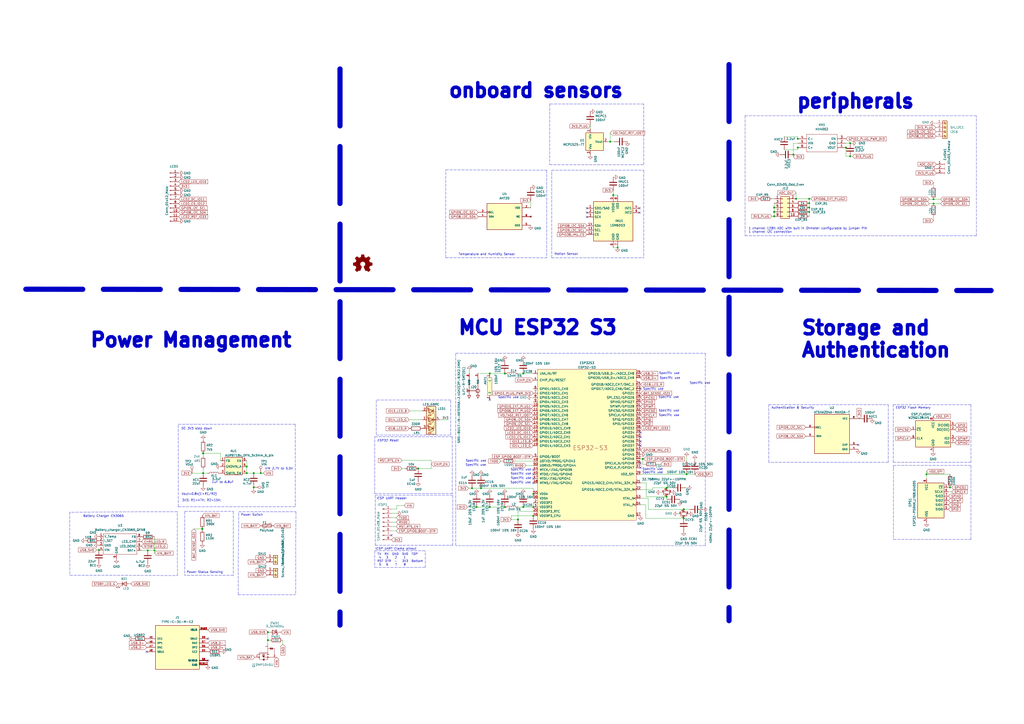
<source format=kicad_sch>
(kicad_sch (version 20211123) (generator eeschema)
  (paper "A2")
  (title_block (title "Smart DAQ Device 1Ch 12Bit ADC / I2C ") (date "2022-10-28") (rev "11-2022") (company "AeonLabs (https://github.com/aeonSolutions)"))
  (junction (at 449.072 125.476))
  (junction (at 386.715 283.083))
  (junction (at 386.715 282.956))
  (junction (at 396.621 300.736))
  (junction (at 303.53 216.662))
  (junction (at 396.621 300.609))
  (junction (at 469.392 115.316))
  (junction (at 155.3972 366.7252))
  (junction (at 469.392 120.396))
  (junction (at 292.862 294.132))
  (junction (at 372.872 266.192))
  (junction (at 117.348 306.832))
  (junction (at 490.728 85.598))
  (junction (at 284.099 216.662))
  (junction (at 449.072 120.396))
  (junction (at 462.788 80.518))
  (junction (at 117.348 306.705))
  (junction (at 143.129 270.637))
  (junction (at 143.129 274.447))
  (junction (at 460.248 89.662))
  (junction (at 273.812 283.21))
  (junction (at 300.482 301.371))
  (junction (at 309.372 299.212))
  (junction (at 155.3972 371.348))
  (junction (at 537.464 275.082))
  (junction (at 353.949 82.169))
  (junction (at 358.267 143.637))
  (junction (at 147.193 282.702))
  (junction (at 117.856 262.89))
  (junction (at 541.528 118.11))
  (junction (at 493.1664 83.058))
  (junction (at 242.57 271.78))
  (junction (at 89.6366 319.278))
  (junction (at 309.372 294.132))
  (junction (at 396.621 295.402))
  (junction (at 493.1664 90.678))
  (junction (at 292.862 216.662))
  (junction (at 284.099 294.132))
  (junction (at 151.257 274.447))
  (junction (at 461.772 115.316))
  (junction (at 303.53 294.132))
  (junction (at 541.528 115.57))
  (junction (at 355.727 113.157))
  (junction (at 57.3786 319.024))
  (junction (at 386.715 288.163))
  (junction (at 276.479 294.132))
  (junction (at 309.372 286.512))
  (junction (at 551.053 282.702))
  (junction (at 449.072 122.936))
  (junction (at 85.6996 319.278))
  (junction (at 462.788 85.598))
  (junction (at 469.392 122.936))
  (junction (at 117.856 263.017))
  (junction (at 469.392 117.856))
  (junction (at 396.621 295.529))
  (junction (at 117.856 274.447))
  (junction (at 398.272 275.082))
  (junction (at 147.193 274.447))
  (junction (at 279.019 283.21))
  (no_connect (at 309.372 272.542))
  (no_connect (at 309.372 275.082))
  (no_connect (at 309.372 277.622))
  (no_connect (at 309.372 280.162))
  (no_connect (at 340.487 123.317))
  (no_connect (at 370.967 120.777))
  (no_connect (at 370.967 123.317))
  (no_connect (at 340.487 125.857))
  (no_connect (at 371.602 253.492))
  (no_connect (at 371.602 225.552))
  (no_connect (at 284.099 231.902))
  (no_connect (at 227.076 310.515))
  (no_connect (at 371.602 271.272))
  (no_connect (at 371.602 258.572))
  (no_connect (at 371.602 268.732))
  (no_connect (at 120.65 383.159))
  (no_connect (at 85.09 378.079))
  (no_connect (at 371.602 256.032))
  (no_connect (at 340.487 120.777))
  (no_connect (at 371.602 250.952))
  (no_connect (at 120.65 370.459))
  (no_connect (at 497.84 258.064))
  (wire (pts (xy 460.248 83.058) (xy 460.248 89.662)))
  (wire (pts (xy 303.53 294.132) (xy 309.372 294.132)))
  (wire (pts (xy 551.053 282.702) (xy 550.164 282.702)))
  (wire (pts (xy 305.181 270.002) (xy 309.372 270.002)))
  (polyline (pts (xy 107.188 296.672) (xy 107.188 333.756)))
  (wire (pts (xy 371.602 283.972) (xy 378.587 283.972)))
  (polyline (pts (xy 258.5974 149.5044) (xy 258.5974 98.5774)))
  (polyline (pts (xy 518.287 271.399) (xy 518.287 312.928)))
  (wire (pts (xy 374.523 300.609) (xy 396.621 300.609)))
  (wire (pts (xy 147.193 274.447) (xy 151.257 274.447)))
  (polyline (pts (xy 246.761 329.184) (xy 246.761 319.532)))
  (wire (pts (xy 358.267 113.157) (xy 355.727 113.157)))
  (wire (pts (xy 300.482 294.132) (xy 303.53 294.132)))
  (wire (pts (xy 376.047 295.529) (xy 376.047 289.052)))
  (wire (pts (xy 470.408 115.316) (xy 469.392 115.316)))
  (polyline (pts (xy 373.38 98.679) (xy 373.38 149.606)))
  (wire (pts (xy 542.7726 73.9394) (xy 543.0266 73.9394)))
  (wire (pts (xy 164.084 373.7356) (xy 164.084 371.348)))
  (polyline (pts (xy 218.313 232.029) (xy 218.313 252.349)))
  (polyline (pts (xy 432.181 67.056) (xy 432.181 136.779)))
  (polyline (pts (xy 318.897 60.198) (xy 318.897 60.325)))
  (wire (pts (xy 290.449 267.462) (xy 291.084 267.462)))
  (wire (pts (xy 371.602 292.862) (xy 374.523 292.862)))
  (wire (pts (xy 461.772 111.7854) (xy 461.772 115.316)))
  (wire (pts (xy 143.129 270.637) (xy 143.129 274.447)))
  (wire (pts (xy 373.507 266.192) (xy 372.872 266.192)))
  (wire (pts (xy 462.788 85.598) (xy 462.7626 85.598)))
  (wire (pts (xy 396.621 295.402) (xy 396.621 295.529)))
  (wire (pts (xy 449.072 117.856) (xy 449.072 120.396)))
  (wire (pts (xy 460.248 83.058) (xy 462.788 83.058)))
  (wire (pts (xy 284.099 294.132) (xy 292.862 294.132)))
  (wire (pts (xy 233.172 267.081) (xy 250.19 267.081)))
  (wire (pts (xy 300.482 216.662) (xy 303.53 216.662)))
  (wire (pts (xy 244.983 238.379) (xy 237.49 238.379)))
  (wire (pts (xy 82.0166 319.278) (xy 85.6996 319.278)))
  (polyline (pts (xy 432.181 136.779) (xy 566.42 136.779)))
  (polyline (pts (xy 320.04 149.606) (xy 320.04 98.679)))
  (polyline (pts (xy 262.636 287.401) (xy 217.678 287.401)))
  (wire (pts (xy 371.602 275.082) (xy 398.272 275.082)))
  (wire (pts (xy 230.124 293.243) (xy 234.442 293.243)))
  (polyline (pts (xy 320.04 98.679) (xy 373.38 98.679)))
  (polyline (pts (xy 40.4876 297.0784) (xy 40.5638 333.7052)))
  (wire (pts (xy 356.362 82.169) (xy 353.949 82.169)))
  (wire (pts (xy 296.545 299.212) (xy 309.372 299.212)))
  (wire (pts (xy 493.1664 83.058) (xy 493.903 83.058)))
  (polyline (pts (xy 217.424 286.385) (xy 217.424 253.365)))
  (wire (pts (xy 372.872 266.192) (xy 371.602 266.192)))
  (wire (pts (xy 237.363 243.459) (xy 244.983 243.459)))
  (polyline (pts (xy 318.897 95.504) (xy 373.38 95.504)))
  (wire (pts (xy 398.272 275.082) (xy 403.098 275.082)))
  (wire (pts (xy 541.528 118.11) (xy 545.592 118.11)))
  (polyline (pts (xy 217.678 316.357) (xy 262.636 316.357)))
  (wire (pts (xy 447.7512 125.476) (xy 449.072 125.476)))
  (polyline (pts (xy 138.43 296.926) (xy 171.704 296.926)))
  (wire (pts (xy 85.6996 319.278) (xy 89.6366 319.278)))
  (wire (pts (xy 117.348 306.832) (xy 117.348 307.467)))
  (polyline (pts (xy 373.38 60.325) (xy 318.897 60.325)))
  (wire (pts (xy 271.907 283.21) (xy 273.812 283.21)))
  (polyline (pts (xy 258.5974 149.5044) (xy 317.119 149.606)))
  (wire (pts (xy 250.19 267.081) (xy 250.19 271.78)))
  (wire (pts (xy 400.05 295.529) (xy 396.621 295.529)))
  (wire (pts (xy 155.3972 366.7252) (xy 155.3972 371.348)))
  (polyline (pts (xy 103.378 294.005) (xy 103.378 246.126)))
  (polyline (pts (xy 422.91 37.465) (xy 422.91 360.045)) (stroke (width 3)))
  (wire (pts (xy 227.076 300.355) (xy 229.87 300.355)))
  (wire (pts (xy 541.528 115.57) (xy 545.592 115.57)))
  (wire (pts (xy 537.464 275.082) (xy 551.053 275.082)))
  (wire (pts (xy 358.267 143.637) (xy 355.727 143.637)))
  (wire (pts (xy 397.764 282.956) (xy 398.526 282.956)))
  (wire (pts (xy 309.245 264.922) (xy 309.372 264.922)))
  (wire (pts (xy 469.392 117.856) (xy 469.392 120.396)))
  (wire (pts (xy 276.479 294.132) (xy 284.099 294.132)))
  (polyline (pts (xy 261.493 252.349) (xy 261.493 232.029)))
  (wire (pts (xy 309.372 296.672) (xy 300.482 296.672)))
  (polyline (pts (xy 262.382 253.365) (xy 262.382 286.512)))
  (wire (pts (xy 112.395 306.832) (xy 117.348 306.832)))
  (wire (pts (xy 386.715 288.163) (xy 374.904 288.163)))
  (wire (pts (xy 449.072 122.936) (xy 449.072 125.476)))
  (wire (pts (xy 386.715 282.956) (xy 386.715 283.083)))
  (wire (pts (xy 298.704 267.462) (xy 309.372 267.462)))
  (wire (pts (xy 147.193 283.591) (xy 147.193 282.702)))
  (polyline (pts (xy 102.7684 296.8498) (xy 40.4876 297.0784)))
  (wire (pts (xy 303.53 216.662) (xy 309.372 216.662)))
  (polyline (pts (xy 217.678 287.401) (xy 217.678 316.357)))
  (polyline (pts (xy 135.382 333.756) (xy 107.188 333.756)))
  (wire (pts (xy 227.076 297.815) (xy 230.124 297.815)))
  (polyline (pts (xy 262.636 287.401) (xy 262.636 316.357)))
  (wire (pts (xy 117.856 263.017) (xy 117.856 262.89)))
  (wire (pts (xy 462.788 80.518) (xy 462.788 79.248)))
  (wire (pts (xy 374.904 280.162) (xy 374.904 288.163)))
  (polyline (pts (xy 317.119 98.679) (xy 317.119 149.606)))
  (polyline (pts (xy 138.176 344.932) (xy 171.45 344.932)))
  (wire (pts (xy 155.3972 366.6744) (xy 155.3972 366.7252)))
  (wire (pts (xy 155.3972 371.348) (xy 155.3972 373.6848)))
  (polyline (pts (xy 14.986 167.767) (xy 574.929 168.529)) (stroke (width 3)))
  (polyline (pts (xy 563.245 268.224) (xy 518.16 268.224)))
  (wire (pts (xy 151.257 274.447) (xy 152.781 274.447)))
  (wire (pts (xy 462.788 86.868) (xy 454.8632 86.868)))
  (polyline (pts (xy 103.378 246.126) (xy 171.323 246.126)))
  (wire (pts (xy 447.802 115.316) (xy 449.072 115.316)))
  (polyline (pts (xy 563.245 234.696) (xy 563.245 268.224)))
  (polyline (pts (xy 197.231 40.005) (xy 197.231 362.585)) (stroke (width 3)))
  (wire (pts (xy 143.129 267.335) (xy 143.129 270.637)))
  (wire (pts (xy 460.248 89.662) (xy 460.248 90.932)))
  (polyline (pts (xy 318.897 60.325) (xy 318.897 95.504)))
  (wire (pts (xy 462.788 79.248) (xy 454.8632 79.248)))
  (wire (pts (xy 300.482 301.371) (xy 296.545 301.371)))
  (polyline (pts (xy 262.509 286.385) (xy 217.424 286.385)))
  (wire (pts (xy 374.904 280.162) (xy 371.602 280.162)))
  (wire (pts (xy 227.076 305.435) (xy 229.87 305.435)))
  (wire (pts (xy 309.372 291.592) (xy 309.372 294.132)))
  (polyline (pts (xy 518.16 234.696) (xy 563.245 234.696)))
  (wire (pts (xy 278.511 216.662) (xy 284.099 216.662)))
  (wire (pts (xy 490.728 85.598) (xy 490.7026 85.598)))
  (wire (pts (xy 117.856 262.89) (xy 127.889 262.89)))
  (wire (pts (xy 462.788 85.598) (xy 462.788 86.868)))
  (wire (pts (xy 490.728 90.678) (xy 493.1664 90.678)))
  (wire (pts (xy 469.392 115.316) (xy 469.392 117.856)))
  (wire (pts (xy 541.528 105.918) (xy 541.528 107.95)))
  (wire (pts (xy 355.727 110.363) (xy 355.727 113.157)))
  (wire (pts (xy 374.523 292.862) (xy 374.523 300.609)))
  (wire (pts (xy 117.856 264.541) (xy 117.856 263.017)))
  (wire (pts (xy 378.587 283.972) (xy 378.587 282.956)))
  (wire (pts (xy 539.115 118.11) (xy 541.528 118.11)))
  (polyline (pts (xy 409.194 316.484) (xy 264.414 316.484)))
  (wire (pts (xy 403.098 267.462) (xy 403.098 266.827)))
  (polyline (pts (xy 261.493 232.029) (xy 218.313 232.029)))
  (polyline (pts (xy 107.188 296.672) (xy 135.382 296.672)))
  (wire (pts (xy 386.715 289.687) (xy 386.715 288.163)))
  (wire (pts (xy 376.047 289.052) (xy 371.602 289.052)))
  (polyline (pts (xy 518.287 312.928) (xy 563.245 312.928)))
  (polyline (pts (xy 138.176 344.932) (xy 138.43 296.926)))
  (polyline (pts (xy 518.287 270.002) (xy 518.287 271.272)))
  (wire (pts (xy 342.392 72.263) (xy 342.392 74.549)))
  (wire (pts (xy 271.145 294.132) (xy 276.479 294.132)))
  (wire (pts (xy 394.081 298.069) (xy 393.192 298.069)))
  (polyline (pts (xy 515.239 234.696) (xy 515.239 268.224)))
  (wire (pts (xy 498.348 242.824) (xy 497.84 242.824)))
  (wire (pts (xy 462.788 80.518) (xy 462.7626 80.518)))
  (polyline (pts (xy 171.323 246.126) (xy 171.323 294.005)))
  (wire (pts (xy 309.372 283.21) (xy 309.372 286.512)))
  (wire (pts (xy 353.949 82.169) (xy 352.552 82.169)))
  (wire (pts (xy 120.269 274.447) (xy 117.856 274.447)))
  (wire (pts (xy 449.072 120.396) (xy 449.072 122.936)))
  (polyline (pts (xy 409.194 204.978) (xy 409.194 316.484)))
  (polyline (pts (xy 373.38 95.504) (xy 373.38 60.325)))
  (wire (pts (xy 309.372 286.512) (xy 309.372 289.052)))
  (polyline (pts (xy 217.424 319.532) (xy 246.761 319.532)))
  (polyline (pts (xy 135.382 296.672) (xy 135.382 333.756)))
  (polyline (pts (xy 518.16 268.224) (xy 518.16 234.696)))
  (wire (pts (xy 396.621 295.529) (xy 376.047 295.529)))
  (wire (pts (xy 230.124 295.275) (xy 230.124 293.243)))
  (wire (pts (xy 394.335 289.687) (xy 394.335 290.703)))
  (polyline (pts (xy 171.704 296.926) (xy 171.45 344.932)))
  (wire (pts (xy 127.889 267.335) (xy 127.889 262.89)))
  (wire (pts (xy 89.6366 319.278) (xy 89.6366 320.9036)))
  (polyline (pts (xy 264.414 204.978) (xy 409.194 204.978)))
  (wire (pts (xy 89.6366 311.4548) (xy 89.6366 319.278)))
  (wire (pts (xy 111.379 274.447) (xy 117.856 274.447)))
  (wire (pts (xy 117.348 306.705) (xy 117.348 306.832)))
  (wire (pts (xy 469.392 115.316) (xy 461.772 115.316)))
  (polyline (pts (xy 258.5974 98.5774) (xy 317.119 98.679)))
  (wire (pts (xy 373.888 269.24) (xy 372.872 269.24)))
  (wire (pts (xy 542.1376 71.3994) (xy 543.0266 71.3994)))
  (polyline (pts (xy 217.424 329.184) (xy 246.761 329.184)))
  (wire (pts (xy 300.482 296.672) (xy 300.482 301.371)))
  (wire (pts (xy 396.621 300.736) (xy 396.621 300.609)))
  (polyline (pts (xy 40.5638 333.7052) (xy 102.9716 333.8576)))
  (wire (pts (xy 353.949 77.089) (xy 353.949 82.169)))
  (wire (pts (xy 469.392 120.396) (xy 469.392 122.936)))
  (wire (pts (xy 233.172 271.78) (xy 234.95 271.78)))
  (wire (pts (xy 340.487 136.017) (xy 340.36 136.017)))
  (wire (pts (xy 469.392 122.936) (xy 469.392 125.476)))
  (wire (pts (xy 372.872 269.24) (xy 372.872 266.192)))
  (polyline (pts (xy 218.313 252.349) (xy 261.493 252.349)))
  (wire (pts (xy 279.019 283.21) (xy 309.372 283.21)))
  (wire (pts (xy 227.076 295.275) (xy 230.124 295.275)))
  (wire (pts (xy 490.728 83.058) (xy 493.1664 83.058)))
  (wire (pts (xy 156.464 371.348) (xy 155.3972 371.348)))
  (wire (pts (xy 552.069 285.242) (xy 550.164 285.242)))
  (wire (pts (xy 143.129 274.447) (xy 147.193 274.447)))
  (polyline (pts (xy 563.245 312.928) (xy 563.245 270.002)))
  (polyline (pts (xy 264.414 316.484) (xy 264.414 204.978)))
  (wire (pts (xy 383.286 269.24) (xy 381.508 269.24)))
  (polyline (pts (xy 446.024 268.224) (xy 446.024 234.696)))
  (wire (pts (xy 386.715 282.956) (xy 378.587 282.956)))
  (wire (pts (xy 490.728 85.598) (xy 490.728 90.678)))
  (wire (pts (xy 117.856 274.447) (xy 117.856 272.161)))
  (polyline (pts (xy 320.04 149.606) (xy 373.38 149.606)))
  (wire (pts (xy 493.1664 90.678) (xy 494.538 90.678)))
  (polyline (pts (xy 446.024 234.696) (xy 515.239 234.696)))
  (wire (pts (xy 273.812 283.21) (xy 279.019 283.21)))
  (polyline (pts (xy 171.323 294.005) (xy 103.378 294.005)))
  (wire (pts (xy 539.115 115.57) (xy 541.528 115.57)))
  (wire (pts (xy 390.144 282.956) (xy 386.715 282.956)))
  (wire (pts (xy 308.483 230.632) (xy 309.372 230.632)))
  (wire (pts (xy 541.528 125.73) (xy 541.528 128.016)))
  (wire (pts (xy 250.19 271.78) (xy 242.57 271.78)))
  (wire (pts (xy 551.053 282.702) (xy 552.069 282.702)))
  (wire (pts (xy 272.161 215.011) (xy 272.161 216.535)))
  (wire (pts (xy 537.464 275.082) (xy 537.464 277.622)))
  (wire (pts (xy 396.621 308.356) (xy 396.621 308.229)))
  (polyline (pts (xy 217.424 253.365) (xy 262.382 253.365)))
  (wire (pts (xy 398.272 267.462) (xy 398.272 265.049)))
  (wire (pts (xy 56.0832 319.024) (xy 57.3786 319.024)))
  (wire (pts (xy 284.099 216.662) (xy 292.862 216.662)))
  (polyline (pts (xy 432.181 67.183) (xy 566.42 67.183)))
  (wire (pts (xy 227.076 307.975) (xy 229.87 307.975)))
  (wire (pts (xy 307.8988 116.205) (xy 307.8988 120.5738)))
  (polyline (pts (xy 217.424 319.532) (xy 217.424 329.184)))
  (wire (pts (xy 147.193 282.702) (xy 147.193 282.067)))
  (wire (pts (xy 227.076 302.895) (xy 229.87 302.895)))
  (wire (pts (xy 296.545 301.371) (xy 296.545 299.212)))
  (wire (pts (xy 255.143 243.459) (xy 260.223 243.459)))
  (wire (pts (xy 537.464 273.431) (xy 537.464 275.082)))
  (wire (pts (xy 277.241 216.535) (xy 277.876 216.535)))
  (polyline (pts (xy 515.239 268.224) (xy 446.024 268.224)))
  (polyline (pts (xy 566.42 136.779) (xy 566.42 67.183)))
  (polyline (pts (xy 563.245 270.002) (xy 518.287 270.002)))
  (wire (pts (xy 384.175 285.623) (xy 383.286 285.623)))
  (polyline (pts (xy 102.9716 333.8576) (xy 102.7684 296.8498)))
  (text "Specific use" (at 400.0754 222.9612 0) (effects (font (size 1.27 1.27)) (justify left bottom)))
  (text "3V3: R1=47K; R2=15K;" (at 105.537 291.084 0) (effects (font (size 1.27 1.27)) (justify left bottom)))
  (text "ICSP UART Header" (at 218.313 289.941 0) (effects (font (size 1.27 1.27)) (justify left bottom)))
  (text "Specific use" (at 296.164 275.59 0) (effects (font (size 1.27 1.27)) (justify left bottom)))
  (text "peripherals" (at 461.391 63.5 0) (effects (font (size 8 8) (thickness 2) bold) (justify left bottom)))
  (text "Vout=0.8x(1+R1/R2)" (at 105.156 287.401 0) (effects (font (size 1.27 1.27) italic) (justify left bottom)))
  (text "Specific use" (at 381.889 231.14 0) (effects (font (size 1.27 1.27)) (justify left bottom)))
  (text "ESP32 Flash Memory\n" (at 519.43 237.363 0) (effects (font (size 1.27 1.27) italic) (justify left bottom)))
  (text "DC 3V3 step down" (at 105.156 249.428 0) (effects (font (size 1.27 1.27)) (justify left bottom)))
  (text "Specific use" (at 382.016 239.014 0) (effects (font (size 1.27 1.27)) (justify left bottom)))
  (text "Specific use" (at 382.27 217.297 0) (effects (font (size 1.27 1.27)) (justify left bottom)))
  (text "ESP32 Reset" (at 218.821 256.413 0) (effects (font (size 1.27 1.27) italic) (justify left bottom)))
  (text "Specific use" (at 372.618 274.828 0) (effects (font (size 1.27 1.27)) (justify left bottom)))
  (text "Specific use" (at 296.291 278.13 0) (effects (font (size 1.27 1.27)) (justify left bottom)))
  (text "Temperature and Humidity Sensor" (at 265.938 148.336 0) (effects (font (size 1.27 1.27)) (justify left bottom)))
  (text "Specific use" (at 382.651 220.091 0) (effects (font (size 1.27 1.27)) (justify left bottom)))
  (text "1uF to 6.8uF" (at 122.809 280.543 0) (effects (font (size 1.27 1.27) italic) (justify left bottom)))
  (text "Specific use" (at 296.037 280.67 0) (effects (font (size 1.27 1.27)) (justify left bottom)))
  (text "Motion Sensor" (at 321.564 148.209 0) (effects (font (size 1.27 1.27)) (justify left bottom)))
  (text "1 channel 12Bit ADC with buit in Ohmeter configurable by jumper PIN\n1 channel I2C connection" (at 434.213 135.382 0) (effects (font (size 1.27 1.27)) (justify left bottom)))
  (text "Specific use" (at 296.164 273.177 0) (effects (font (size 1.27 1.27)) (justify left bottom)))
  (text "onboard sensors" (at 259.461 57.277 0) (effects (font (size 8 8) (thickness 2) bold) (justify left bottom)))
  (text "Specific use" (at 372.618 272.923 0) (effects (font (size 1.27 1.27)) (justify left bottom)))
  (text "ICSP UART Clamp pinout" (at 217.551 319.151 0) (effects (font (size 1.27 1.27) italic) (justify left bottom)))
  (text "Specific use" (at 288.925 231.267 0) (effects (font (size 1.27 1.27)) (justify left bottom)))
  (text "Specific use" (at 372.999 226.441 0) (effects (font (size 1.27 1.27)) (justify left bottom)))
  (text "Storage and \nAuthentication" (at 464.185 207.899 0) (effects (font (size 8 8) (thickness 2) bold) (justify left bottom)))
  (text "Battery Charger CN3065" (at 48.1838 300.2026 0) (effects (font (size 1.27 1.27)) (justify left bottom)))
  (text "Power Management" (at 51.562 202.057 0) (effects (font (size 8 8) (thickness 2) bold) (justify left bottom)))
  (text "Authentication & Security" (at 447.421 237.363 0) (effects (font (size 1.27 1.27) italic) (justify left bottom)))
  (text "VIN 2.7V to 5.5V" (at 153.67 272.669 0) (effects (font (size 1.27 1.27) italic) (justify left bottom)))
  (text "Specific use" (at 270.129 268.097 0) (effects (font (size 1.27 1.27)) (justify left bottom)))
  (text "Power Switch" (at 139.7 299.466 0) (effects (font (size 1.27 1.27)) (justify left bottom)))
  (text "MCU ESP32 S3" (at 265.049 194.818 0) (effects (font (size 8 8) (thickness 2) bold) (justify left bottom)))
  (text "Specific use" (at 382.143 241.681 0) (effects (font (size 1.27 1.27)) (justify left bottom)))
  (text "TX  RX  GND  5V0  TOP\n 4   3    2    1\nRST DTR  -   3V3  Bottom\n 5   6    7    8" (at 218.821 328.422 0) (effects (font (size 1.27 1.27)) (justify left bottom)))
  (text "Power Status Sensing" (at 108.204 332.74 0) (effects (font (size 1.27 1.27)) (justify left bottom)))
  (text "Specific use" (at 270.002 270.51 0) (effects (font (size 1.27 1.27)) (justify left bottom)))
  (label "3V3" (at 260.223 243.459 180))
  (global_label "VIN" (shape input) (at 234.442 293.243 0) (property "Intersheet References" "${INTERSHEET_REFS}" (effects hide)))
  (global_label "USB_5V0" (shape input) (at 56.0832 319.024 180) (property "Intersheet References" "${INTERSHEET_REFS}" (effects hide)))
  (global_label "3V3" (shape input) (at 271.145 294.132 180) (property "Intersheet References" "${INTERSHEET_REFS}" (effects hide)))
  (global_label "3V3" (shape input) (at 307.8988 116.205 180) (property "Intersheet References" "${INTERSHEET_REFS}" (effects hide)))
  (global_label "3V3_PLUG" (shape input) (at 542.7726 73.9394 180) (property "Intersheet References" "${INTERSHEET_REFS}" (effects hide)))
  (global_label "BAT_SENSE_IO21" (shape input) (at 371.602 228.092 0) (effects (font italic)) (property "Intersheet References" "${INTERSHEET_REFS}" (effects hide)))
  (global_label "RST_RTS_EN" (shape input) (at 229.87 305.435 0) (property "Intersheet References" "${INTERSHEET_REFS}" (effects hide)))
  (global_label "RXD0" (shape input) (at 229.87 302.895 0) (property "Intersheet References" "${INTERSHEET_REFS}" (effects hide)))
  (global_label "GND" (shape input) (at 154.7368 323.4436 180) (property "Intersheet References" "${INTERSHEET_REFS}" (effects hide)))
  (global_label "SPIQ" (shape input) (at 550.164 292.862 0) (effects (font italic)) (property "Intersheet References" "${INTERSHEET_REFS}" (effects hide)))
  (global_label "GPIO06_EXT_PLUG2" (shape input) (at 470.408 115.316 0) (property "Intersheet References" "${INTERSHEET_REFS}" (effects hide)))
  (global_label "CHIP_EN" (shape input) (at 309.372 220.472 180) (property "Intersheet References" "${INTERSHEET_REFS}" (effects hide)))
  (global_label "USB_D-" (shape input) (at 85.09 375.539 180) (property "Intersheet References" "${INTERSHEET_REFS}" (effects hide)))
  (global_label "LCD2_LED_IO10" (shape input) (at 309.372 248.412 180) (property "Intersheet References" "${INTERSHEET_REFS}" (effects hide)))
  (global_label "3V3_PLUG" (shape input) (at 494.538 90.678 0) (property "Intersheet References" "${INTERSHEET_REFS}" (effects hide)))
  (global_label "ADC_OUT" (shape input) (at 543.1536 95.3008 180) (property "Intersheet References" "${INTERSHEET_REFS}" (effects hide)))
  (global_label "IO18_LED_R" (shape input) (at 237.363 248.539 180) (property "Intersheet References" "${INTERSHEET_REFS}" (effects hide)))
  (global_label "LCD2_CS_IO12" (shape input) (at 103.632 118.11 0) (property "Intersheet References" "${INTERSHEET_REFS}" (effects hide)))
  (global_label "STDBY_LED_G" (shape input) (at 82.0674 316.8396 0) (property "Intersheet References" "${INTERSHEET_REFS}" (effects hide)))
  (global_label "VIN_BATF" (shape input) (at 154.7368 325.9836 180) (property "Intersheet References" "${INTERSHEET_REFS}" (effects hide)))
  (global_label "3V3_PLUG" (shape input) (at 447.7512 125.476 180) (property "Intersheet References" "${INTERSHEET_REFS}" (effects hide)))
  (global_label "LCD2_CS_IO12" (shape input) (at 309.372 253.492 180) (property "Intersheet References" "${INTERSHEET_REFS}" (effects hide)))
  (global_label "3V3_PLUG" (shape input) (at 543.1536 100.3808 180) (property "Intersheet References" "${INTERSHEET_REFS}" (effects hide)))
  (global_label "GND" (shape input) (at 154.7876 330.9874 180) (property "Intersheet References" "${INTERSHEET_REFS}" (effects hide)))
  (global_label "IO14_LED_G" (shape input) (at 237.363 243.459 180) (property "Intersheet References" "${INTERSHEET_REFS}" (effects hide)))
  (global_label "SPICLK" (shape input) (at 371.602 240.792 0) (effects (font italic)) (property "Intersheet References" "${INTERSHEET_REFS}" (effects hide)))
  (global_label "USB_5V0" (shape input) (at 120.65 365.379 0) (property "Intersheet References" "${INTERSHEET_REFS}" (effects hide)))
  (global_label "GPIO9_I2C_SCL" (shape input) (at 103.632 120.65 0) (property "Intersheet References" "${INTERSHEET_REFS}" (effects hide)))
  (global_label "3V3" (shape input) (at 271.907 283.21 180) (property "Intersheet References" "${INTERSHEET_REFS}" (effects hide)))
  (global_label "VOLTAGE_REF_IO07" (shape input) (at 353.949 77.089 0) (property "Intersheet References" "${INTERSHEET_REFS}" (effects hide)))
  (global_label "SPIHD" (shape input) (at 550.164 287.782 0) (effects (font italic)) (property "Intersheet References" "${INTERSHEET_REFS}" (effects hide)))
  (global_label "SPIHD" (shape input) (at 553.974 256.794 0) (effects (font italic)) (property "Intersheet References" "${INTERSHEET_REFS}" (effects hide)))
  (global_label "RXD0" (shape input) (at 305.181 270.002 180) (property "Intersheet References" "${INTERSHEET_REFS}" (effects hide)))
  (global_label "SPICS1" (shape input) (at 371.602 230.632 0) (effects (font italic)) (property "Intersheet References" "${INTERSHEET_REFS}" (effects hide)))
  (global_label "ESP_GPIO0_BOOT-DTR" (shape input) (at 309.245 264.922 180) (property "Intersheet References" "${INTERSHEET_REFS}" (effects hide)))
  (global_label "VIN" (shape input) (at 160.4772 381.3048 270) (property "Intersheet References" "${INTERSHEET_REFS}" (effects hide)))
  (global_label "VIN_BATF" (shape input) (at 154.7876 333.5274 180) (property "Intersheet References" "${INTERSHEET_REFS}" (effects hide)))
  (global_label "3V3" (shape input) (at 498.348 242.824 90) (property "Intersheet References" "${INTERSHEET_REFS}" (effects hide)))
  (global_label "GND" (shape input) (at 164.084 373.7356 270) (property "Intersheet References" "${INTERSHEET_REFS}" (effects hide)))
  (global_label "3V3_PLUG" (shape input) (at 342.392 73.152 180) (property "Intersheet References" "${INTERSHEET_REFS}" (effects hide)))
  (global_label "TXD0" (shape input) (at 229.87 300.355 0) (property "Intersheet References" "${INTERSHEET_REFS}" (effects hide)))
  (global_label "CHIP_EN" (shape input) (at 250.19 269.24 0) (property "Intersheet References" "${INTERSHEET_REFS}" (effects hide)))
  (global_label "STDBY_LED_G" (shape input) (at 68.3768 338.6836 180) (property "Intersheet References" "${INTERSHEET_REFS}" (effects hide)))
  (global_label "USB_D-" (shape input) (at 120.65 372.999 0) (property "Intersheet References" "${INTERSHEET_REFS}" (effects hide)))
  (global_label "BAT_SENSE_IO21" (shape input) (at 112.395 306.832 270) (effects (font italic)) (property "Intersheet References" "${INTERSHEET_REFS}" (effects hide)))
  (global_label "IO18_LED_R" (shape input) (at 371.602 223.012 0) (property "Intersheet References" "${INTERSHEET_REFS}" (effects hide)))
  (global_label "RST_RTS_EN" (shape input) (at 233.172 267.081 180) (property "Intersheet References" "${INTERSHEET_REFS}" (effects hide)))
  (global_label "3V3" (shape input) (at 383.286 269.24 0) (property "Intersheet References" "${INTERSHEET_REFS}" (effects hide)))
  (global_label "3V3" (shape input) (at 440.182 115.316 180) (property "Intersheet References" "${INTERSHEET_REFS}" (effects hide)))
  (global_label "GPIO9_I2C_SCL" (shape input) (at 340.487 133.477 180) (property "Intersheet References" "${INTERSHEET_REFS}" (effects hide)))
  (global_label "VIN" (shape input) (at 152.781 274.447 0) (property "Intersheet References" "${INTERSHEET_REFS}" (effects hide)))
  (global_label "GPIO8_I2C_SDA" (shape input) (at 467.36 252.984 180) (property "Intersheet References" "${INTERSHEET_REFS}" (effects hide)))
  (global_label "VIN_BATF" (shape input) (at 89.6366 320.9036 0) (property "Intersheet References" "${INTERSHEET_REFS}" (effects hide)))
  (global_label "GPIO2_PLUG_PWR_3V3" (shape input) (at 490.728 80.518 0) (property "Intersheet References" "${INTERSHEET_REFS}" (effects hide)))
  (global_label "SPIWP" (shape input) (at 550.164 290.322 0) (effects (font italic)) (property "Intersheet References" "${INTERSHEET_REFS}" (effects hide)))
  (global_label "ESP_GPIO0_BOOT-DTR" (shape input) (at 373.507 266.192 0) (property "Intersheet References" "${INTERSHEET_REFS}" (effects hide)))
  (global_label "VIN_BAT" (shape input) (at 147.7772 381.3048 180) (property "Intersheet References" "${INTERSHEET_REFS}" (effects hide)))
  (global_label "USB_D+" (shape input) (at 120.65 375.539 0) (property "Intersheet References" "${INTERSHEET_REFS}" (effects hide)))
  (global_label "GPIO8_I2C_SDA" (shape input) (at 539.115 115.57 180) (property "Intersheet References" "${INTERSHEET_REFS}" (effects hide)))
  (global_label "SPICS0" (shape input) (at 528.574 249.174 180) (effects (font italic)) (property "Intersheet References" "${INTERSHEET_REFS}" (effects hide)))
  (global_label "3V3" (shape input) (at 460.248 90.932 0) (property "Intersheet References" "${INTERSHEET_REFS}" (effects hide)))
  (global_label "GPIO9_I2C_SCL" (shape input) (at 545.592 118.11 0) (property "Intersheet References" "${INTERSHEET_REFS}" (effects hide)))
  (global_label "LCD2_DC_IO11" (shape input) (at 309.372 250.952 180) (property "Intersheet References" "${INTERSHEET_REFS}" (effects hide)))
  (global_label "SPIWP" (shape input) (at 371.602 235.712 0) (effects (font italic)) (property "Intersheet References" "${INTERSHEET_REFS}" (effects hide)))
  (global_label "SPIQ" (shape input) (at 371.602 243.332 0) (effects (font italic)) (property "Intersheet References" "${INTERSHEET_REFS}" (effects hide)))
  (global_label "3V3" (shape input) (at 103.632 107.95 0) (property "Intersheet References" "${INTERSHEET_REFS}" (effects hide)))
  (global_label "IO13_LED_B" (shape input) (at 309.372 256.032 180) (property "Intersheet References" "${INTERSHEET_REFS}" (effects hide)))
  (global_label "USB_D-" (shape input) (at 371.602 216.662 0) (property "Intersheet References" "${INTERSHEET_REFS}" (effects hide)))
  (global_label "SPID" (shape input) (at 371.602 245.872 0) (effects (font italic)) (property "Intersheet References" "${INTERSHEET_REFS}" (effects hide)))
  (global_label "LCD2_RST_IO33" (shape input) (at 371.602 248.412 0) (property "Intersheet References" "${INTERSHEET_REFS}" (effects hide)))
  (global_label "SPID" (shape input) (at 553.974 246.634 0) (effects (font italic)) (property "Intersheet References" "${INTERSHEET_REFS}" (effects hide)))
  (global_label "ESP_GPIO0_BOOT-DTR" (shape input) (at 229.87 307.975 0) (property "Intersheet References" "${INTERSHEET_REFS}" (effects hide)))
  (global_label "GPIO2_PLUG_PWR_3V3" (shape input) (at 309.372 228.092 180) (property "Intersheet References" "${INTERSHEET_REFS}" (effects hide)))
  (global_label "GPIO9_I2C_SCL" (shape input) (at 543.0266 76.4794 180) (property "Intersheet References" "${INTERSHEET_REFS}" (effects hide)))
  (global_label "USB_D+" (shape input) (at 85.09 372.999 180) (property "Intersheet References" "${INTERSHEET_REFS}" (effects hide)))
  (global_label "LCD2_RST_IO33" (shape input) (at 103.632 125.73 0) (property "Intersheet References" "${INTERSHEET_REFS}" (effects hide)))
  (global_label "GPIO8_I2C_SDA" (shape input) (at 340.487 130.937 180) (property "Intersheet References" "${INTERSHEET_REFS}" (effects hide)))
  (global_label "TXD0" (shape input) (at 290.449 267.462 180) (property "Intersheet References" "${INTERSHEET_REFS}" (effects hide)))
  (global_label "VDD_SPI" (shape input) (at 541.274 241.554 0) (effects (font italic)) (property "Intersheet References" "${INTERSHEET_REFS}" (effects hide)))
  (global_label "3V3" (shape input) (at 233.172 271.78 180) (property "Intersheet References" "${INTERSHEET_REFS}" (effects hide)))
  (global_label "GPIO9_I2C_SCL" (shape input) (at 277.4188 123.1138 180) (property "Intersheet References" "${INTERSHEET_REFS}" (effects hide)))
  (global_label "USB_5V0" (shape input) (at 75.9968 338.6836 0) (property "Intersheet References" "${INTERSHEET_REFS}" (effects hide)))
  (global_label "IO13_LED_B" (shape input) (at 237.49 238.379 180) (property "Intersheet References" "${INTERSHEET_REFS}" (effects hide)))
  (global_label "GPIO8_I2C_SDA" (shape input) (at 103.632 123.19 0) (property "Intersheet References" "${INTERSHEET_REFS}" (effects hide)))
  (global_label "ADC_OUT" (shape input) (at 461.772 111.7854 180) (property "Intersheet References" "${INTERSHEET_REFS}" (effects hide)))
  (global_label "VDD_SPI" (shape input) (at 537.464 273.431 0) (effects (font italic)) (property "Intersheet References" "${INTERSHEET_REFS}" (effects hide)))
  (global_label "GPIO8_I2C_SDA" (shape input) (at 545.592 115.57 0) (property "Intersheet References" "${INTERSHEET_REFS}" (effects hide)))
  (global_label "LCD2_DC_IO11" (shape input) (at 103.632 115.57 0) (property "Intersheet References" "${INTERSHEET_REFS}" (effects hide)))
  (global_label "GPIO8_I2C_SDA" (shape input) (at 309.372 243.332 180) (property "Intersheet References" "${INTERSHEET_REFS}" (effects hide)))
  (global_label "3V3" (shape input) (at 541.528 128.016 180) (property "Intersheet References" "${INTERSHEET_REFS}" (effects hide)))
  (global_label "VIN_BAT" (shape input) (at 117.348 299.085 0) (property "Intersheet References" "${INTERSHEET_REFS}" (effects hide)))
  (global_label "VIN" (shape input) (at 163.0172 366.7252 0) (property "Intersheet References" "${INTERSHEET_REFS}" (effects hide)))
  (global_label "SPID" (shape input) (at 550.164 295.402 0) (effects (font italic)) (property "Intersheet References" "${INTERSHEET_REFS}" (effects hide)))
  (global_label "3V3" (shape input) (at 296.545 301.371 180) (property "Intersheet References" "${INTERSHEET_REFS}" (effects hide)))
  (global_label "SPICS0" (shape input) (at 371.602 238.252 0) (effects (font italic)) (property "Intersheet References" "${INTERSHEET_REFS}" (effects hide)))
  (global_label "GPIO38_IMU_CS" (shape input) (at 340.36 136.017 180) (effects (font italic)) (property "Intersheet References" "${INTERSHEET_REFS}" (effects hide)))
  (global_label "VIN_BAT" (shape input) (at 158.6992 304.9524 0) (property "Intersheet References" "${INTERSHEET_REFS}" (effects hide)))
  (global_label "VOLTAGE_REF_IO07" (shape input) (at 309.372 240.792 180) (property "Intersheet References" "${INTERSHEET_REFS}" (effects hide)))
  (global_label "USB_D+" (shape input) (at 371.602 219.202 0) (property "Intersheet References" "${INTERSHEET_REFS}" (effects hide)))
  (global_label "GPIO9_I2C_SCL" (shape input) (at 309.372 245.872 180) (property "Intersheet References" "${INTERSHEET_REFS}" (effects hide)))
  (global_label "3V3" (shape input) (at 541.528 105.918 180) (property "Intersheet References" "${INTERSHEET_REFS}" (effects hide)))
  (global_label "GPIO8_I2C_SDA" (shape input) (at 277.4188 125.6538 180) (property "Intersheet References" "${INTERSHEET_REFS}" (effects hide)))
  (global_label "GPIO10_EXT_PLUG1" (shape input) (at 309.372 235.712 180) (property "Intersheet References" "${INTERSHEET_REFS}" (effects hide)))
  (global_label "SPIHD" (shape input) (at 371.602 233.172 0) (effects (font italic)) (property "Intersheet References" "${INTERSHEET_REFS}" (effects hide)))
  (global_label "CHRG_LED_R" (shape input) (at 82.0674 314.1472 0) (property "Intersheet References" "${INTERSHEET_REFS}" (effects hide)))
  (global_label "GPIO9_I2C_SCL" (shape input) (at 539.115 118.11 180) (property "Intersheet References" "${INTERSHEET_REFS}" (effects hide)))
  (global_label "USB_5V0" (shape input) (at 155.3972 366.6744 180) (property "Intersheet References" "${INTERSHEET_REFS}" (effects hide)))
  (global_label "SPICS1" (shape input) (at 552.069 282.702 0) (effects (font italic)) (property "Intersheet References" "${INTERSHEET_REFS}" (effects hide)))
  (global_label "GPIO8_I2C_SDA" (shape input) (at 543.0266 79.0194 180) (property "Intersheet References" "${INTERSHEET_REFS}" (effects hide)))
  (global_label "IO14_LED_G" (shape input) (at 309.372 258.572 180) (property "Intersheet References" "${INTERSHEET_REFS}" (effects hide)))
  (global_label "GPIO38_IMU_CS" (shape input) (at 371.602 261.112 0) (effects (font italic)) (property "Intersheet References" "${INTERSHEET_REFS}" (effects hide)))
  (global_label "SPIWP" (shape input) (at 553.974 254.254 0) (effects (font italic)) (property "Intersheet References" "${INTERSHEET_REFS}" (effects hide)))
  (global_label "SPICLK" (shape input) (at 552.069 285.242 0) (effects (font italic)) (property "Intersheet References" "${INTERSHEET_REFS}" (effects hide)))
  (global_label "3V3" (shape input) (at 227.076 313.055 0) (property "Intersheet References" "${INTERSHEET_REFS}" (effects hide)))
  (global_label "LCD2_LED_IO10" (shape input) (at 103.632 105.41 0) (property "Intersheet References" "${INTERSHEET_REFS}" (effects hide)))
  (global_label "VIN_BATF" (shape input) (at 151.0792 304.9524 180) (property "Intersheet References" "${INTERSHEET_REFS}" (effects hide)))
  (global_label "3V3" (shape input) (at 111.379 274.447 180) (property "Intersheet References" "${INTERSHEET_REFS}" (effects hide)))
  (global_label "GPIO9_I2C_SCL" (shape input) (at 467.36 247.904 180) (property "Intersheet References" "${INTERSHEET_REFS}" (effects hide)))
  (global_label "SPICLK" (shape input) (at 528.574 254.254 180) (effects (font italic)) (property "Intersheet References" "${INTERSHEET_REFS}" (effects hide)))
  (global_label "VDD_SPI" (shape input) (at 403.098 275.082 0) (property "Intersheet References" "${INTERSHEET_REFS}" (effects hide)))
  (global_label "SPIQ" (shape input) (at 553.974 249.174 0) (effects (font italic)) (property "Intersheet References" "${INTERSHEET_REFS}" (effects hide)))
  (global_label "GPIO06_EXT_PLUG2" (shape input) (at 309.372 238.252 180) (property "Intersheet References" "${INTERSHEET_REFS}" (effects hide)))
  (global_label "3V3" (shape input) (at 355.727 110.363 180) (property "Intersheet References" "${INTERSHEET_REFS}" (effects hide)))
  (symbol (lib_id "power:GND") (at 399.161 298.069 90) (unit 1)
    (property "Reference" "#PWR0116" (effects hide))
    (property "Value" "GND" (at 403.479 299.339 90))
  )
  (symbol (lib_id "power:GND") (at 398.526 282.956 90) (unit 1)
    (property "Reference" "#PWR0123" (effects hide))
    (property "Value" "GND" (at 398.78 285.242 0))
  )
  (symbol (lib_id "Reference_Voltage:MCP1525-TT") (at 342.392 82.169 0) (unit 1)
    (property "Reference" "U1" (at 339.0901 81.3343 0) (effects (justify right)))
    (property "Value" "MCP1525-TT" (at 339.0901 83.8712 0) (effects (justify right)))
    (property "Footprint" "Package_TO_SOT_SMD:SOT-23" (effects hide))
    (property "Datasheet" "http://ww1.microchip.com/downloads/en/devicedoc/21653b.pdf" (effects hide))
  )
  (symbol (lib_id "Device:R") (at 377.698 269.24 270) (unit 1)
    (property "Reference" "ER3" (at 377.444 269.113 90))
    (property "Value" "10k" (at 382.143 270.383 90))
    (property "Footprint" "Resistor_SMD:R_0603_1608Metric" (effects hide))
  )
  (symbol (lib_id "Device:C") (at 284.099 290.322 0) (mirror x) (unit 1)
    (property "Reference" "EC17" (at 282.575 291.592 90) (effects (justify left)))
    (property "Value" "1uF 20% 6.3V" (at 280.289 289.687 90) (effects (justify left)))
    (property "Footprint" "Capacitor_SMD:C_0603_1608Metric" (effects hide))
  )
  (symbol (lib_id "Memory_Flash:W25Q128JVS") (at 541.274 251.714 0) (unit 1)
    (property "Reference" "ESP_FLASH1" (at 528.574 240.284 0) (effects (justify left)))
    (property "Value" "W25Q128JVS" (at 526.796 242.316 0) (effects (justify left)))
    (property "Footprint" "Package_SO:Flash SPI SON127P800X600X80-9N" (effects hide))
    (property "Datasheet" "http://www.winbond.com/resource-files/w25q128jv_dtr%20revc%2003272018%20plus.pdf" (effects hide))
  )
  (symbol (lib_id "Connector:Screw_Terminal_01x02") (at 159.8676 330.9874 0) (unit 1)
    (property "Reference" "SHJ2" (at 149.7076 328.7014 0) (effects (justify left)))
    (property "Value" "Screw_Terminal_01x02" (at 164.0586 335.0768 90) (effects (justify left)))
    (property "Footprint" "Connector_JST:JST_SH_SM02B-SRSS-TB_1x02-1MP_P1.00mm_Horizontal" (effects hide))
  )
  (symbol (lib_id "power:GND") (at 543.1536 97.8408 270) (unit 1)
    (property "Reference" "#PWR0128" (effects hide))
    (property "Value" "GND" (at 536.2956 97.3328 90) (effects (justify left)))
  )
  (symbol (lib_id "Device:C") (at 307.8988 112.395 0) (unit 1)
    (property "Reference" "SHC1" (at 310.8198 111.2266 0) (effects (justify left)))
    (property "Value" "100nF" (at 310.8198 113.538 0) (effects (justify left)))
    (property "Footprint" "Capacitor_SMD:C_0603_1608Metric" (effects hide))
  )
  (symbol (lib_id "Device:C") (at 303.53 212.852 0) (mirror x) (unit 1)
    (property "Reference" "EC38" (at 303.784 215.519 0) (effects (justify left)))
    (property "Value" "100nF 10% 16V" (at 303.657 210.82 0) (effects (justify left)))
    (property "Footprint" "Capacitor_SMD:C_0603_1608Metric" (effects hide))
  )
  (symbol (lib_id "power:GND") (at 276.479 286.512 0) (mirror x) (unit 1)
    (property "Reference" "#PWR0105" (effects hide))
    (property "Value" "GND" (at 274.193 286.512 0))
  )
  (symbol (lib_id "power:GND") (at 128.27 378.079 90) (unit 1)
    (property "Reference" "#PWR0154" (effects hide))
    (property "Value" "GND" (at 130.2766 376.8852 90) (effects (justify right)))
  )
  (symbol (lib_id "Sensor:AHT20") (at 292.6588 125.6538 0) (unit 1)
    (property "Reference" "U4" (at 292.6588 112.4458 0))
    (property "Value" "AHT20" (at 292.6588 114.9858 0))
    (property "Footprint" "Sensor:AHT20 - PSON100P300X300X110-6N" (effects hide))
    (property "STANDARD" "IPC 7351B" (effects hide))
    (property "MAXIMUM_PACKAGE_HEIGHT" "1.1mm" (effects hide))
    (property "PARTREV" "V1.0" (effects hide))
    (property "MANUFACTURER" "Asair" (effects hide))
  )
  (symbol (lib_id "power:GND") (at 272.161 215.011 0) (mirror x) (unit 1)
    (property "Reference" "#PWR0122" (effects hide))
    (property "Value" "GND" (at 274.701 212.344 0))
  )
  (symbol (lib_id "power:GND") (at 103.632 128.27 90) (unit 1)
    (property "Reference" "#PWR0136" (effects hide))
    (property "Value" "GND" (at 106.553 128.397 90) (effects (justify right)))
  )
  (symbol (lib_id "Device:C") (at 309.372 303.022 0) (unit 1)
    (property "Reference" "EC16" (at 311.912 303.149 0) (effects (justify left)))
    (property "Value" "100nF 10% 16V" (at 310.007 305.562 0) (effects (justify left)))
    (property "Footprint" "Capacitor_SMD:C_0603_1608Metric" (effects hide))
  )
  (symbol (lib_id "power:GND") (at 403.098 266.827 180) (unit 1)
    (property "Reference" "#PWR0118" (effects hide))
    (property "Value" "GND" (at 403.098 262.3836 0))
  )
  (symbol (lib_id "power:GND") (at 505.968 242.824 0) (unit 1)
    (property "Reference" "#PWR0162" (effects hide))
    (property "Value" "GND" (at 511.429 245.364 0) (effects (justify right)))
  )
  (symbol (lib_id "Device:C") (at 390.525 289.687 90) (unit 1)
    (property "Reference" "EC51" (at 389.001 291.338 90) (effects (justify left)))
    (property "Value" "22pF 5% 50V" (at 392.684 293.37 90) (effects (justify left)))
    (property "Footprint" "Capacitor_SMD:C_0603_1608Metric" (effects hide))
  )
  (symbol (lib_id "Device:R") (at 465.582 117.856 270) (unit 1)
    (property "Reference" "EXP_R1" (at 476.504 118.11 90))
    (property "Value" "1k" (at 465.582 117.856 90))
    (property "Footprint" "Resistor_SMD:R_0603_1608Metric" (effects hide))
  )
  (symbol (lib_name "HX4002_1") (lib_id "Power_Management:HX4002") (at 490.728 85.598 180) (unit 1)
    (property "Reference" "HX1" (at 476.758 72.39 0))
    (property "Value" "HX4002" (at 476.758 74.93 0))
    (property "Footprint" "Package_SO:HX4002 SOT95 P280X125-6N" (effects hide))
    (property "Datasheet" "http://www.jiecx.com/files856985665897965/productpdf/2013-7-5/545010255.pdf" (effects hide))
    (property "Description" "Low Noise Regulated Charge Pump in SOT23-6" (effects hide))
    (property "Height" "1.25" (effects hide))
    (property "Manufacturer_Name" "HEXIN" (effects hide))
    (property "Manufacturer_Part_Number" "HX4002" (effects hide))
  )
  (symbol (lib_id "Device:C") (at 85.6996 323.088 180) (unit 1)
    (property "Reference" "BC2" (at 84.1756 328.168 0) (effects (justify left)))
    (property "Value" "4.7uF" (at 84.1756 325.882 0) (effects (justify left)))
    (property "Footprint" "Capacitor_SMD:C_0805_2012Metric" (effects hide))
  )
  (symbol (lib_id "power:GND") (at 493.903 83.058 90) (unit 1)
    (property "Reference" "#PWR0143" (effects hide))
    (property "Value" "GND" (at 497.967 83.0579 90) (effects (justify right)))
  )
  (symbol (lib_id "Device:R") (at 117.856 259.08 180) (unit 1)
    (property "Reference" "AR2" (at 119.634 258.2453 0) (effects (justify right)))
    (property "Value" "7k5" (at 119.634 260.7822 0) (effects (justify right)))
    (property "Footprint" "Resistor_SMD:R_0805_2012Metric_Pad1.20x1.40mm_HandSolder" (effects hide))
  )
  (symbol (lib_id "Device:C") (at 360.172 82.169 270) (unit 1)
    (property "Reference" "MCPC2" (at 361.3404 85.09 0) (effects (justify left)))
    (property "Value" "100nF" (at 359.029 85.09 0) (effects (justify left)))
    (property "Footprint" "Capacitor_SMD:C_0603_1608Metric" (effects hide))
  )
  (symbol (lib_id "power:GND") (at 57.3786 311.2008 270) (unit 1)
    (property "Reference" "#PWR0150" (effects hide))
    (property "Value" "GND" (at 51.8922 308.9656 90) (effects (justify left)))
  )
  (symbol (lib_id "Connector_Generic:Conn_02x05_Odd_Even") (at 454.152 120.396 0) (unit 1)
    (property "Reference" "J12" (at 455.422 109.22 0))
    (property "Value" "Conn_02x05_Odd_Even" (at 455.676 107.0356 0))
    (property "Footprint" "Connector:Dip Switch 5 pin 1.27mm SW_DS05-127-2-06BK-SMT-TR" (effects hide))
  )
  (symbol (lib_id "Device:R") (at 541.528 111.76 180) (unit 1)
    (property "Reference" "IDR1" (at 541.655 111.76 90))
    (property "Value" "10k" (at 539.369 111.506 90))
    (property "Footprint" "Resistor_SMD:R_0603_1608Metric" (effects hide))
  )
  (symbol (lib_id "power:GND") (at 358.267 143.637 0) (unit 1)
    (property "Reference" "#PWR0129" (effects hide))
    (property "Value" "GND" (at 360.172 145.3408 0) (effects (justify left)))
  )
  (symbol (lib_id "power:GND") (at 542.1376 71.3994 270) (unit 1)
    (property "Reference" "#PWR0141" (effects hide))
    (property "Value" "GND" (at 538.9626 70.9656 90) (effects (justify right)))
  )
  (symbol (lib_id "power:GND") (at 394.335 290.703 0) (unit 1)
    (property "Reference" "#PWR0121" (effects hide))
    (property "Value" "GND" (at 396.494 291.084 0))
  )
  (symbol (lib_id "Device:C") (at 279.019 279.4 0) (unit 1)
    (property "Reference" "EC15" (at 281.305 279.527 0) (effects (justify left)))
    (property "Value" "100nF 10% 50V" (at 277.749 281.813 0) (effects (justify left)))
    (property "Footprint" "Capacitor_SMD:C_0603_1608Metric" (effects hide))
  )
  (symbol (lib_id "Memory_RAM:ESP32-PSRAM_LY68L6400S") (at 540.004 290.322 0) (unit 1)
    (property "Reference" "EPS1" (at 527.939 288.925 90) (effects (justify right)))
    (property "Value" "ESP32-PSRAM_LY68L6400S" (at 530.352 278.638 90) (effects (justify right)))
    (property "Footprint" "Package_SO:SOIC-8_3.9x4.9mm_P1.27mm" (effects hide))
    (property "Datasheet" "https://www.espressif.com/sites/default/files/documentation/esp-psram32_datasheet_en.pdf" (effects hide))
  )
  (symbol (lib_id "Device:R") (at 465.582 120.396 270) (unit 1)
    (property "Reference" "EXP_R2" (at 474.091 121.412 90))
    (property "Value" "20k" (at 465.582 120.396 90))
    (property "Footprint" "Resistor_SMD:R_0603_1608Metric" (effects hide))
  )
  (symbol (lib_id "power:GND") (at 396.621 308.229 0) (unit 1)
    (property "Reference" "#PWR0117" (effects hide))
    (property "Value" "GND" (at 396.621 312.6724 0))
  )
  (symbol (lib_id "Device:R") (at 85.8266 311.4548 90) (unit 1)
    (property "Reference" "BR2" (at 86.0806 311.4548 90))
    (property "Value" "0R" (at 85.6996 309.1942 90))
    (property "Footprint" "Resistor_SMD:R_0603_1608Metric" (effects hide))
  )
  (symbol (lib_id "Device:C") (at 57.3786 322.834 180) (unit 1)
    (property "Reference" "BC1" (at 55.8546 327.914 0) (effects (justify left)))
    (property "Value" "22uF" (at 55.8546 325.628 0) (effects (justify left)))
    (property "Footprint" "Capacitor_SMD:C_0805_2012Metric" (effects hide))
  )
  (symbol (lib_id "Device:Polyfuse") (at 154.8892 304.9524 270) (unit 1)
    (property "Reference" "F1" (at 153.4922 303.1744 90))
    (property "Value" "Polyfuse" (at 154.6352 307.6194 90))
    (property "Footprint" "Fuse:Fuse_1206_3216Metric_Pad1.42x1.75mm_HandSolder" (effects hide))
  )
  (symbol (lib_id "Device:C") (at 300.482 305.181 0) (unit 1)
    (property "Reference" "EC26" (at 301.244 307.975 0) (effects (justify left)))
    (property "Value" "100nF 10% 16V" (at 284.353 307.594 0) (effects (justify left)))
    (property "Footprint" "Capacitor_SMD:C_0603_1608Metric" (effects hide))
  )
  (symbol (lib_id "Device:Crystal_GND24_Small") (at 396.621 298.069 90) (unit 1)
    (property "Reference" "ECY3" (at 399.923 301.498 90))
    (property "Value" "40Mhz 22pF+-10PPM" (at 412.242 304.419 0))
    (property "Footprint" "Crystal:Crystal_SMD_EuroQuartz_MT-4Pin_3.2x2.5mm" (effects hide))
  )
  (symbol (lib_id "power:GND") (at 292.862 286.512 0) (mirror x) (unit 1)
    (property "Reference" "#PWR0111" (effects hide))
    (property "Value" "GND" (at 290.576 286.512 0))
  )
  (symbol (lib_id "Device:D_Schottky") (at 159.2072 366.7252 180) (unit 1)
    (property "Reference" "PWD1" (at 159.4612 361.4928 0))
    (property "Value" "D_Schottky" (at 159.5247 363.22 0))
    (property "Footprint" "Diode_SMD:D_1206_3216Metric" (effects hide))
  )
  (symbol (lib_id "Connector:TestPoint") (at 111.379 274.447 0) (unit 1)
    (property "Reference" "TP2" (at 107.315 267.589 0) (effects (justify left)))
    (property "Value" "VOut" (at 107.569 269.367 0) (effects (justify left)))
    (property "Footprint" "TestPoint:TestPoint_Pad_D1.0mm" (effects hide))
  )
  (symbol (lib_id "Device:LED_GBRC") (at 250.063 243.459 180) (unit 1)
    (property "Reference" "LED1" (at 256.286 237.109 0))
    (property "Value" "LED_GBRC" (at 250.063 234.569 0))
    (property "Footprint" "LED_SMD:LED_1206_3210_RGB_Metric" (effects hide))
  )
  (symbol (lib_id "Device:R") (at 117.348 302.895 0) (unit 1)
    (property "Reference" "MR1" (at 119.126 302.0603 0) (effects (justify left)))
    (property "Value" "390K" (at 119.507 304.038 0) (effects (justify left)))
    (property "Footprint" "Resistor_SMD:R_0805_2012Metric" (effects hide))
  )
  (symbol (lib_id "power:GND") (at 355.727 102.743 90) (unit 1)
    (property "Reference" "#PWR0133" (effects hide))
    (property "Value" "GND" (at 358.902 103.1768 90) (effects (justify right)))
  )
  (symbol (lib_id "Device:Crystal_GND24_Small") (at 386.715 285.623 90) (unit 1)
    (property "Reference" "ECY2" (at 383.032 289.306 90))
    (property "Value" "32.768Mhz 22pF+-10PPM" (at 385.191 278.003 90))
    (property "Footprint" "Crystal:Crystal_SMD_EuroQuartz_MT-4Pin_3.2x2.5mm" (effects hide))
  )
  (symbol (lib_id "power:GND") (at 273.812 275.59 180) (unit 1)
    (property "Reference" "#PWR0113" (effects hide))
    (property "Value" "GND" (at 274.193 275.463 0) (effects (justify right)))
  )
  (symbol (lib_id "power:GND") (at 103.632 100.33 90) (unit 1)
    (property "Reference" "#PWR0140" (effects hide))
    (property "Value" "GND" (at 106.553 100.457 90) (effects (justify right)))
  )
  (symbol (lib_id "Device:L") (at 296.672 294.132 90) (unit 1)
    (property "Reference" "L2" (at 297.942 292.481 90))
    (property "Value" "2nH 5%" (at 298.45 295.402 90))
    (property "Footprint" "Inductor_SMD:L_0805_2012Metric" (effects hide))
  )
  (symbol (lib_id "Device:C") (at 403.86 295.529 90) (unit 1)
    (property "Reference" "EC60" (at 409.575 302.26 0) (effects (justify left)))
    (property "Value" "22pF 5% 50V" (at 406.527 308.864 0) (effects (justify left)))
    (property "Footprint" "Capacitor_SMD:C_0603_1608Metric" (effects hide))
  )
  (symbol (lib_id "power:GND") (at 307.8988 130.7338 0) (unit 1)
    (property "Reference" "#PWR0130" (effects hide))
    (property "Value" "GND" (at 309.8038 132.4376 0) (effects (justify left)))
  )
  (symbol (lib_id "power:GND") (at 117.856 255.27 180) (unit 1)
    (property "Reference" "#PWR0104" (effects hide))
    (property "Value" "GND" (at 117.856 250.8266 0))
  )
  (symbol (lib_id "Device:C") (at 493.1664 86.868 180) (unit 1)
    (property "Reference" "HXC1" (at 500.888 85.5472 0) (effects (justify left)))
    (property "Value" "2.2uF" (at 501.5992 87.2236 0) (effects (justify left)))
    (property "Footprint" "Capacitor_SMD:C_0603_1608Metric" (effects hide))
  )
  (symbol (lib_id "Device:C") (at 403.098 271.272 180) (unit 1)
    (property "Reference" "EC25" (at 410.591 271.272 0) (effects (justify left)))
    (property "Value" "1uF 10% 50V" (at 413.639 269.24 0) (effects (justify left)))
    (property "Footprint" "Capacitor_SMD:C_0603_1608Metric" (effects hide))
  )
  (symbol (lib_id "Device:C") (at 147.193 278.257 0) (unit 1)
    (property "Reference" "AC2" (at 141.097 278.257 0) (effects (justify left)))
    (property "Value" "4.7uF" (at 140.843 280.416 0) (effects (justify left)))
    (property "Footprint" "Capacitor_SMD:C_0805_2012Metric_Pad1.18x1.45mm_HandSolder" (effects hide))
  )
  (symbol (lib_id "power:GND") (at 292.862 209.042 0) (mirror x) (unit 1)
    (property "Reference" "#PWR0107" (effects hide))
    (property "Value" "GND" (at 290.576 209.042 0))
  )
  (symbol (lib_id "power:GND") (at 371.602 263.652 90) (unit 1)
    (property "Reference" "#PWR0157" (effects hide))
    (property "Value" "GND" (at 374.523 263.779 90) (effects (justify right)))
  )
  (symbol (lib_id "Device:C") (at 276.479 290.322 0) (mirror x) (unit 1)
    (property "Reference" "EC18" (at 274.955 291.592 90) (effects (justify left)))
    (property "Value" "10uF 20% 6.3V" (at 272.669 289.941 90) (effects (justify left)))
    (property "Footprint" "Capacitor_SMD:C_0805_2012Metric" (effects hide))
  )
  (symbol (lib_id "power:GND") (at 49.7078 313.6392 270) (unit 1)
    (property "Reference" "#PWR0153" (effects hide))
    (property "Value" "GND" (at 42.1132 313.6138 90) (effects (justify left)))
  )
  (symbol (lib_id "Sensor_Motion:LSM6DS3") (at 355.727 128.397 0) (unit 1)
    (property "Reference" "IMU1" (at 356.743 128.143 0) (effects (justify left)))
    (property "Value" "LSM6DS3" (at 353.822 130.683 0) (effects (justify left)))
    (property "Footprint" "Sensor_Motion:LSM6DS3 PQFN50P300X250X86-14N" (effects hide))
    (property "Datasheet" "www.st.com/resource/en/datasheet/lsm6ds3.pdf" (effects hide))
  )
  (symbol (lib_id "power:GND") (at 147.193 283.591 0) (unit 1)
    (property "Reference" "#PWR0103" (effects hide))
    (property "Value" "GND" (at 149.098 285.2948 0) (effects (justify left)))
  )
  (symbol (lib_id "Connector:Screw_Terminal_01x04") (at 548.1066 73.9394 0) (unit 1)
    (property "Reference" "SH_I2C1" (at 551.18 73.9393 0) (effects (justify left)))
    (property "Value" "I2C6" (at 551.18 76.4793 0) (effects (justify left)))
    (property "Footprint" "Connector_JST:JST_SH_SM04B-SRSS-TB_1x04-1MP_P1.00mm_Horizontal" (effects hide))
  )
  (symbol (lib_id "RF_WiFi:SMD-BUILT-IN-ANTENNA-2.4GHZ(2P-9.5X2.1MM)") (at 284.099 224.282 270) (unit 1)
    (property "Reference" "ANT1" (at 281.559 218.313 0) (effects (justify left)))
    (property "Value" "SMD-BUILT-IN-ANTENNA-2.4GHZ(2P-9.5X2.1MM)" (at 266.192 208.534 0) (effects (justify left)))
    (property "Footprint" "RF_Antenna:AN9520_ANT2-SMD-9.5X2.1X1.0MM" (effects hide))
    (property "VALUE" "AN9520" (effects hide))
  )
  (symbol (lib_id "Device:R") (at 238.76 271.78 90) (unit 1)
    (property "Reference" "ER1" (at 239.014 271.907 90))
    (property "Value" "10k" (at 238.633 269.367 90))
    (property "Footprint" "Resistor_SMD:R_0603_1608Metric" (effects hide))
  )
  (symbol (lib_id "Device:R") (at 443.992 115.316 270) (unit 1)
    (property "Reference" "EXP_R5" (at 442.214 113.03 90))
    (property "Value" "4k7" (at 443.992 115.316 90))
    (property "Footprint" "Resistor_SMD:R_0603_1608Metric" (effects hide))
  )
  (symbol (lib_id "power:GND") (at 303.53 286.512 0) (mirror x) (unit 1)
    (property "Reference" "#PWR0110" (effects hide))
    (property "Value" "GND" (at 301.244 286.512 0))
  )
  (symbol (lib_id "Device:C") (at 454.8632 83.058 180) (unit 1)
    (property "Reference" "HXC2" (at 454.152 80.8228 0) (effects (justify left)))
    (property "Value" "2.2uF" (at 461.4672 80.5688 0) (effects (justify left)))
    (property "Footprint" "Capacitor_SMD:C_0603_1608Metric" (effects hide))
  )
  (symbol (lib_id "power:GND") (at 242.57 279.4 0) (unit 1)
    (property "Reference" "#PWR0146" (effects hide))
    (property "Value" "GND" (at 242.57 283.8434 0))
  )
  (symbol (lib_id "Device:R") (at 551.053 278.892 180) (unit 1)
    (property "Reference" "PSR1" (at 551.053 278.638 90))
    (property "Value" "100K" (at 553.339 278.892 90))
    (property "Footprint" "Resistor_SMD:R_0603_1608Metric" (effects hide))
  )
  (symbol (lib_id "Device:R") (at 117.856 268.351 180) (unit 1)
    (property "Reference" "AR1" (at 112.649 267.335 0) (effects (justify right)))
    (property "Value" "24K" (at 112.268 264.795 0) (effects (justify right)))
    (property "Footprint" "Resistor_SMD:R_0805_2012Metric_Pad1.20x1.40mm_HandSolder" (effects hide))
  )
  (symbol (lib_id "power:GND") (at 230.124 297.815 90) (unit 1)
    (property "Reference" "#PWR0145" (effects hide))
    (property "Value" "GND" (at 232.791 296.926 90) (effects (justify right)))
  )
  (symbol (lib_id "Device:C") (at 292.862 290.322 0) (mirror x) (unit 1)
    (property "Reference" "EC19" (at 291.338 291.592 90) (effects (justify left)))
    (property "Value" "100nF 10% 16V" (at 289.052 289.687 90) (effects (justify left)))
    (property "Footprint" "Capacitor_SMD:C_0603_1608Metric" (effects hide))
  )
  (symbol (lib_id "power:GND") (at 537.464 303.022 0) (unit 1)
    (property "Reference" "#PWR0152" (effects hide))
    (property "Value" "GND" (at 537.464 307.4654 0))
  )
  (symbol (lib_id "power:GND") (at 284.099 286.512 0) (mirror x) (unit 1)
    (property "Reference" "#PWR0109" (effects hide))
    (property "Value" "GND" (at 281.813 286.512 0))
  )
  (symbol (lib_id "Device:R") (at 241.173 248.539 90) (unit 1)
    (property "Reference" "LR1" (at 243.713 251.079 90) (effects (justify left)))
    (property "Value" "330R" (at 243.713 245.999 90) (effects (justify left)))
    (property "Footprint" "Resistor_SMD:R_0603_1608Metric" (effects hide))
  )
  (symbol (lib_id "Authentication & Security ICs:ATSHA204A-MAHDA-T") (at 482.6 250.444 0) (unit 1)
    (property "Reference" "U2" (at 482.6 236.5842 0))
    (property "Value" "ATSHA204A-MAHDA-T" (at 482.6 239.1211 0))
    (property "Footprint" "Package_SO:ATSHA204A Auth SOIC8" (effects hide))
    (property "MANUFACTURER" "Microchip" (effects hide))
    (property "STANDARD" "Manufacturer recommendation" (effects hide))
    (property "PART_REV" "A" (effects hide))
  )
  (symbol (lib_id "power:GND") (at 407.67 295.529 90) (unit 1)
    (property "Reference" "#PWR0115" (effects hide))
    (property "Value" "GND" (at 406.781 293.116 0))
  )
  (symbol (lib_id "Device:C") (at 355.727 106.553 0) (unit 1)
    (property "Reference" "IMUC1" (at 358.648 105.3846 0) (effects (justify left)))
    (property "Value" "100nF" (at 358.648 107.696 0) (effects (justify left)))
    (property "Footprint" "Capacitor_SMD:C_0603_1608Metric" (effects hide))
  )
  (symbol (lib_id "Espressif:ESP32-S3") (at 341.122 259.842 0) (unit 1)
    (property "Reference" "ESP32S3" (at 340.487 210.5492 0))
    (property "Value" "ESP32-S3" (at 340.487 213.0861 0))
    (property "Footprint" "Package_DFN_QFN:QFN-56-1EP_7x7mm_P0.4mm_EP5.6x5.6mm" (effects hide))
  )
  (symbol (lib_id "Connector:TestPoint") (at 151.257 274.447 0) (unit 1)
    (property "Reference" "TP1" (at 151.384 267.589 0) (effects (justify left)))
    (property "Value" "VIN" (at 151.511 269.367 0) (effects (justify left)))
    (property "Footprint" "TestPoint:TestPoint_Pad_D1.0mm" (effects hide))
  )
  (symbol (lib_id "power:GND") (at 303.53 209.042 0) (mirror x) (unit 1)
    (property "Reference" "#PWR0106" (effects hide))
    (property "Value" "GND" (at 301.244 209.042 0))
  )
  (symbol (lib_id "power:GND") (at 117.856 282.067 0) (unit 1)
    (property "Reference" "#PWR0102" (effects hide))
    (property "Value" "GND" (at 119.761 283.7708 0) (effects (justify left)))
  )
  (symbol (lib_id "Device:LED") (at 72.1868 338.6836 0) (unit 1)
    (property "Reference" "BD1" (at 72.0852 335.8134 0))
    (property "Value" "LED" (at 73.0758 341.376 0))
    (property "Footprint" "LED_SMD:LED_0805_2012Metric" (effects hide))
  )
  (symbol (lib_id "power:GND") (at 309.372 306.832 0) (unit 1)
    (property "Reference" "#PWR0114" (effects hide))
    (property "Value" "GND" (at 309.372 311.2754 0))
  )
  (symbol (lib_id "Device:C") (at 396.621 304.546 0) (unit 1)
    (property "Reference" "EC61" (at 399.542 312.547 0) (effects (justify left)))
    (property "Value" "22pF 5% 50V" (at 391.414 315.087 0) (effects (justify left)))
    (property "Footprint" "Capacitor_SMD:C_0603_1608Metric" (effects hide))
  )
  (symbol (lib_id "Device:C") (at 117.856 278.257 0) (unit 1)
    (property "Reference" "AC1" (at 111.76 278.257 0) (effects (justify left)))
    (property "Value" "22uF" (at 111.506 280.416 0) (effects (justify left)))
    (property "Footprint" "Capacitor_SMD:C_0805_2012Metric_Pad1.18x1.45mm_HandSolder" (effects hide))
  )
  (symbol (lib_id "Connector:TestPoint") (at 147.193 282.702 270) (unit 1)
    (property "Reference" "TP3" (at 155.321 279.273 0) (effects (justify left)))
    (property "Value" "GND" (at 152.654 279.527 0) (effects (justify left)))
    (property "Footprint" "TestPoint:TestPoint_Pad_D1.0mm" (effects hide))
  )
  (symbol (lib_id "power:GND") (at 120.65 385.699 0) (unit 1)
    (property "Reference" "#PWR0147" (effects hide))
    (property "Value" "GND" (at 122.555 387.4028 0) (effects (justify left)))
  )
  (symbol (lib_id "Device:C") (at 273.812 279.4 0) (unit 1)
    (property "Reference" "EC14" (at 265.938 280.162 0) (effects (justify left)))
    (property "Value" "1uF" (at 267.462 276.86 0) (effects (justify left)))
    (property "Footprint" "Capacitor_SMD:C_0805_2012Metric" (effects hide))
  )
  (symbol (lib_id "power:GND") (at 371.602 299.212 0) (unit 1)
    (property "Reference" "#PWR0120" (effects hide))
    (property "Value" "GND" (at 371.602 303.6554 0))
  )
  (symbol (lib_id "Device:R") (at 53.5178 313.6392 90) (unit 1)
    (property "Reference" "BR1" (at 53.7718 313.6392 90))
    (property "Value" "1K8" (at 51.1302 311.6326 90))
    (property "Footprint" "Resistor_SMD:R_0603_1608Metric" (effects hide))
  )
  (symbol (lib_id "Power_Management:AUR9718x_DFN_3x3mm_6_pin") (at 138.049 270.383 0) (unit 1)
    (property "Reference" "AU1" (at 135.509 261.6032 0))
    (property "Value" "AUR9718x_DFN_3x3mm_6_pin" (at 144.653 264.16 0))
    (property "Footprint" "Package_DFN_QFN:AUR9718 3x3mm 6 pin" (effects hide))
    (property "Datasheet" "https://www.infineon.com/dgdl/auips7111s.pdf?fileId=5546d462533600a4015355a7c94e1326" (effects hide))
  )
  (symbol (lib_id "power:GND") (at 307.8988 108.585 90) (unit 1)
    (property "Reference" "#PWR0132" (effects hide))
    (property "Value" "GND" (at 311.0738 109.0188 90) (effects (justify right)))
  )
  (symbol (lib_id "Connector:Screw_Terminal_01x02") (at 159.8168 323.4436 0) (unit 1)
    (property "Reference" "SHJ1" (at 149.6568 321.1576 0) (effects (justify left)))
    (property "Value" "Screw_Terminal_01x02" (at 164.0078 327.533 90) (effects (justify left)))
    (property "Footprint" "Connector_JST:JST_SH_SM02B-SRSS-TB_1x02-1MP_P1.00mm_Horizontal" (effects hide))
  )
  (symbol (lib_id "power:GND") (at 103.632 102.87 90) (unit 1)
    (property "Reference" "#PWR0139" (effects hide))
    (property "Value" "GND" (at 106.553 102.997 90) (effects (justify right)))
  )
  (symbol (lib_id "Device:L") (at 296.672 216.662 90) (unit 1)
    (property "Reference" "EL4" (at 297.942 215.011 90))
    (property "Value" "12nH 5%" (at 298.45 217.932 90))
    (property "Footprint" "Inductor_SMD:L_0805_2012Metric" (effects hide))
  )
  (symbol (lib_id "Connector:Conn_01x12_Male") (at 98.552 113.03 0) (unit 1)
    (property "Reference" "LCD1" (at 100.965 96.52 0))
    (property "Value" "Conn_01x12_Male" (at 96.774 116.459 90))
    (property "Footprint" "AeonLabs LCD & OLED Displays:1.69 LCD TFT IPS 12pin" (effects hide))
  )
  (symbol (lib_id "power:GND") (at 363.982 82.169 0) (unit 1)
    (property "Reference" "#PWR0127" (effects hide))
    (property "Value" "GND" (at 363.5482 85.344 90) (effects (justify right)))
  )
  (symbol (lib_id "power:GND") (at 342.392 89.789 0) (unit 1)
    (property "Reference" "#PWR0134" (effects hide))
    (property "Value" "GND" (at 345.44 90.17 90) (effects (justify right)))
  )
  (symbol (lib_id "power:GND") (at 67.5894 324.2056 0) (unit 1)
    (property "Reference" "#PWR0161" (effects hide))
    (property "Value" "GND" (at 67.5894 328.649 0))
  )
  (symbol (lib_id "Device:C") (at 342.392 68.453 0) (unit 1)
    (property "Reference" "MCPC1" (at 345.313 67.2846 0) (effects (justify left)))
    (property "Value" "100nF" (at 345.313 69.596 0) (effects (justify left)))
    (property "Footprint" "Capacitor_SMD:C_0603_1608Metric" (effects hide))
  )
  (symbol (lib_id "Device:C") (at 242.57 275.59 180) (unit 1)
    (property "Reference" "EC40" (at 241.046 280.67 0) (effects (justify left)))
    (property "Value" "1uF" (at 241.046 278.384 0) (effects (justify left)))
    (property "Footprint" "Capacitor_SMD:C_0603_1608Metric" (effects hide))
  )
  (symbol (lib_id "Device:R") (at 81.28 370.459 270) (unit 1)
    (property "Reference" "USBR2" (at 80.8736 368.427 90))
    (property "Value" "5k1" (at 81.2546 370.5098 90))
    (property "Footprint" "Resistor_SMD:R_0603_1608Metric" (effects hide))
  )
  (symbol (lib_id "power:GND") (at 389.255 285.623 90) (unit 1)
    (property "Reference" "#PWR0126" (effects hide))
    (property "Value" "GND" (at 393.573 286.893 90))
  )
  (symbol (lib_id "Device:R") (at 160.274 371.348 90) (unit 1)
    (property "Reference" "PWR1" (at 162.6616 369.316 90) (effects (justify left)))
    (property "Value" "10K" (at 162.0012 371.3988 90) (effects (justify left)))
    (property "Footprint" "Resistor_SMD:R_0805_2012Metric" (effects hide))
  )
  (symbol (lib_id "power:GND") (at 308.483 230.632 270) (unit 1)
    (property "Reference" "#PWR0158" (effects hide))
    (property "Value" "GND" (at 305.562 230.505 90) (effects (justify right)))
  )
  (symbol (lib_id "power:GND") (at 117.348 315.087 0) (unit 1)
    (property "Reference" "#PWR0149" (effects hide))
    (property "Value" "GND" (at 117.348 319.5304 0))
  )
  (symbol (lib_id "power:GND") (at 57.3786 326.644 0) (unit 1)
    (property "Reference" "#PWR0159" (effects hide))
    (property "Value" "GND" (at 57.3786 331.0874 0))
  )
  (symbol (lib_id "power:GND") (at 77.47 370.459 270) (unit 1)
    (property "Reference" "#PWR0155" (effects hide))
    (property "Value" "GND" (at 75.6412 368.8588 90) (effects (justify right)))
  )
  (symbol (lib_id "power:GND") (at 279.019 275.59 180) (unit 1)
    (property "Reference" "#PWR0112" (effects hide))
    (property "Value" "GND" (at 279.4 275.463 0) (effects (justify right)))
  )
  (symbol (lib_id "power:GND") (at 497.84 260.604 0) (unit 1)
    (property "Reference" "#PWR0156" (effects hide))
    (property "Value" "GND" (at 503.301 263.144 0) (effects (justify right)))
  )
  (symbol (lib_id "Device:C") (at 303.53 290.322 0) (mirror x) (unit 1)
    (property "Reference" "EC20" (at 303.784 292.989 0) (effects (justify left)))
    (property "Value" "100nF 10% 16V" (at 293.878 288.29 0) (effects (justify left)))
    (property "Footprint" "Capacitor_SMD:C_0603_1608Metric" (effects hide))
  )
  (symbol (lib_id "power:GND") (at 300.482 308.991 0) (unit 1)
    (property "Reference" "#PWR0108" (effects hide))
    (property "Value" "GND" (at 300.482 313.4344 0))
  )
  (symbol (lib_id "Device:R") (at 541.528 121.92 180) (unit 1)
    (property "Reference" "ICR1" (at 541.655 122.047 90))
    (property "Value" "10k" (at 539.623 122.174 90))
    (property "Footprint" "Resistor_SMD:R_0603_1608Metric" (effects hide))
  )
  (symbol (lib_id "Graphic:Logo_Open_Hardware_Small") (at 210.439 153.289 0) (unit 1)
    (property "Reference" "#LOGO1" (effects hide))
    (property "Value" "Logo_Open_Hardware_Small" (effects hide))
    (property "Footprint" "Symbol:OSHW-Symbol_6.7x6mm_SilkScreen" (effects hide))
  )
  (symbol (lib_id "power:GND") (at 383.286 285.623 270) (unit 1)
    (property "Reference" "#PWR0125" (effects hide))
    (property "Value" "GND" (at 379.984 285.369 90) (effects (justify right)))
  )
  (symbol (lib_id "power:GND") (at 103.632 113.03 90) (unit 1)
    (property "Reference" "#PWR0138" (effects hide))
    (property "Value" "GND" (at 106.553 113.157 90) (effects (justify right)))
  )
  (symbol (lib_id "power:GND") (at 342.392 64.643 90) (unit 1)
    (property "Reference" "#PWR0135" (effects hide))
    (property "Value" "GND" (at 345.567 65.0768 90) (effects (justify right)))
  )
  (symbol (lib_id "Battery_Management:Battery_charger_CN3065_QFN8") (at 69.4182 315.2648 0) (unit 1)
    (property "Reference" "U3" (at 69.6976 304.8 0))
    (property "Value" "Battery_charger_CN3065_QFN8" (at 69.6976 307.34 0))
    (property "Footprint" "Package_DFN_QFN:QFN8 3.1x2.9mm QFNn-8 3x3 SON80P400X400X100-9N" (effects hide))
  )
  (symbol (lib_id "Device:R") (at 124.46 378.079 90) (unit 1)
    (property "Reference" "USBR1" (at 124.8664 380.111 90))
    (property "Value" "5k1" (at 124.4854 378.0282 90))
    (property "Footprint" "Resistor_SMD:R_0603_1608Metric" (effects hide))
  )
  (symbol (lib_id "Device:R") (at 465.582 125.476 270) (unit 1)
    (property "Reference" "EXP_R4" (at 464.82 127.508 90))
    (property "Value" "2M" (at 465.582 125.476 90))
    (property "Footprint" "Resistor_SMD:R_0603_1608Metric" (effects hide))
  )
  (symbol (lib_id "Connector:Conn_01x03_Female") (at 548.2336 97.8408 0) (unit 1)
    (property "Reference" "ExtSW1" (at 548.1574 93.0148 90) (effects (justify left)))
    (property "Value" "Conn_01x03_Female" (at 550.4434 100.9904 90) (effects (justify left)))
    (property "Footprint" "Connector_JST:JST_SH_SM03B-SRSS-TB_1x03-1MP_P1.00mm_Horizontal" (effects hide))
  )
  (symbol (lib_id "Device:C") (at 398.272 271.272 180) (unit 1)
    (property "Reference" "EC24" (at 400.812 269.24 0) (effects (justify left)))
    (property "Value" "100nF 10% 16V" (at 402.209 273.812 0) (effects (justify left)))
    (property "Footprint" "Capacitor_SMD:C_0603_1608Metric" (effects hide))
  )
  (symbol (lib_id "Device:R") (at 465.582 122.936 270) (unit 1)
    (property "Reference" "EXP_R3" (at 475.234 123.19 90))
    (property "Value" "200k" (at 465.582 122.936 90))
    (property "Footprint" "Resistor_SMD:R_0603_1608Metric" (effects hide))
  )
  (symbol (lib_id "power:GND") (at 127.889 270.637 270) (unit 1)
    (property "Reference" "#PWR0101" (effects hide))
    (property "Value" "GND" (at 122.174 269.113 90) (effects (justify left)))
  )
  (symbol (lib_id "power:GND") (at 398.272 265.049 180) (unit 1)
    (property "Reference" "#PWR0119" (effects hide))
    (property "Value" "GND" (at 398.272 260.6056 0))
  )
  (symbol (lib_id "power:GND") (at 85.6996 326.898 0) (unit 1)
    (property "Reference" "#PWR0160" (effects hide))
    (property "Value" "GND" (at 85.6996 331.3414 0))
  )
  (symbol (lib_id "Device:C") (at 393.954 282.956 90) (unit 1)
    (property "Reference" "EC50" (at 391.922 281.94 90) (effects (justify left)))
    (property "Value" "22pF 5% 50V" (at 392.049 280.162 90) (effects (justify left)))
    (property "Footprint" "Capacitor_SMD:C_0603_1608Metric" (effects hide))
  )
  (symbol (lib_id "power:GND") (at 541.274 261.874 0) (unit 1)
    (property "Reference" "#PWR0148" (effects hide))
    (property "Value" "GND" (at 541.274 266.3174 0))
  )
  (symbol (lib_id "Device:R") (at 294.894 267.462 90) (unit 1)
    (property "Reference" "ER2" (at 295.148 267.462 90))
    (property "Value" "499R" (at 294.894 269.748 90))
    (property "Footprint" "Resistor_SMD:R_0603_1608Metric" (effects hide))
  )
  (symbol (lib_id "RF:U.FL-R-SMT(01)") (at 274.701 226.695 270) (unit 1)
    (property "Reference" "J20" (at 272.923 224.536 90) (effects (justify left)))
    (property "Value" "U.FL-R-SMT(01)" (at 268.986 212.852 0) (effects (justify left)))
    (property "Footprint" "RF_Antenna:HRS_U.FL-R-SMT(01)" (effects hide))
    (property "AVAILABILITY" "Good" (effects hide))
    (property "DESCRIPTION" "U.FL Series 6 Ghz 50 Ohm Ultra-small SMT Coaxial Cable Receptacle" (effects hide))
    (property "PRICE" "0.84 USD" (effects hide))
    (property "MF" "Hirose" (effects hide))
    (property "MP" "U.FL-R-SMT(01)" (effects hide))
    (property "PACKAGE" "None" (effects hide))
  )
  (symbol (lib_id "Device:C") (at 292.862 212.852 0) (mirror x) (unit 1)
    (property "Reference" "EC37" (at 289.687 211.074 90) (effects (justify left)))
    (property "Value" "100nF 10% 16V" (at 287.782 207.645 90) (effects (justify left)))
    (property "Footprint" "Capacitor_SMD:C_0603_1608Metric" (effects hide))
  )
  (symbol (lib_id "power:GND") (at 452.628 89.662 270) (unit 1)
    (property "Reference" "#PWR0144" (effects hide))
    (property "Value" "GND" (at 446.786 88.011 90) (effects (justify left)))
  )
  (symbol (lib_id "Transistor_FET:DMP1045U") (at 152.8572 378.7648 270) (unit 1)
    (property "Reference" "Q1" (at 147.1422 384.4798 0) (effects (justify left)))
    (property "Value" "DMP1045U" (at 148.1582 385.6228 90) (effects (justify left)))
    (property "Footprint" "Package_TO_SOT_SMD:SOT-23" (effects hide))
    (property "STANDARD" "IPC 7351B" (effects hide))
    (property "MANUFACTURER" "Diodes Inc." (effects hide))
    (property "MAXIMUM_PACKAGE_HEIGHT" "1.1 mm" (effects hide))
    (property "PARTREV" "7 - 2" (effects hide))
  )
  (symbol (lib_id "power:GND") (at 103.632 110.49 90) (unit 1)
    (property "Reference" "#PWR0137" (effects hide))
    (property "Value" "GND" (at 106.553 110.617 90) (effects (justify right)))
  )
  (symbol (lib_id "Connector:Conn_01x08_Male") (at 221.996 302.895 0) (unit 1)
    (property "Reference" "ICSP1" (at 221.869 292.735 0))
    (property "Value" "Conn_01x08_Male" (at 219.456 305.181 90))
    (property "Footprint" "Connector:SOIC_clipProgSmall" (effects hide))
  )
  (symbol (lib_id "Device:C") (at 502.158 242.824 270) (unit 1)
    (property "Reference" "AUC1" (at 503.809 241.554 90) (effects (justify left)))
    (property "Value" "100nF" (at 501.65 239.268 90) (effects (justify left)))
    (property "Footprint" "Capacitor_SMD:C_0603_1608Metric" (effects hide))
  )
  (symbol (lib_id "Device:R") (at 117.348 311.277 0) (unit 1)
    (property "Reference" "MR2" (at 119.126 310.4423 0) (effects (justify left)))
    (property "Value" "110K" (at 119.253 312.293 0) (effects (justify left)))
    (property "Footprint" "Resistor_SMD:R_0805_2012Metric" (effects hide))
  )
  (symbol (lib_id "power:GND") (at 393.192 298.069 270) (unit 1)
    (property "Reference" "#PWR0124" (effects hide))
    (property "Value" "GND" (at 389.89 297.815 90) (effects (justify right)))
  )
  (symbol (lib_id "Connector:TYPE-C-31-M-12") (at 102.87 375.539 0) (unit 1)
    (property "Reference" "J1" (at 102.87 358.14 0))
    (property "Value" "TYPE-C-31-M-12" (at 102.87 360.68 0))
    (property "Footprint" "Connector_USB:USB C HRO_TYPE-C-31-M-12" (effects hide))
    (property "STANDARD" "Manufacturer Recommendations" (effects hide))
    (property "MAXIMUM_PACKAGE_HEIGHT" "3.31mm" (effects hide))
    (property "MANUFACTURER" "HRO Electronics" (effects hide))
    (property "PARTREV" "A" (effects hide))
  )
  (symbol (lib_id "Device:C") (at 456.438 89.662 90) (unit 1)
    (property "Reference" "HXC3" (at 457.7588 97.3836 0) (effects (justify left)))
    (property "Value" "2.2uF" (at 456.0824 98.0948 0) (effects (justify left)))
    (property "Footprint" "Capacitor_SMD:C_0603_1608Metric" (effects hide))
  )
  (symbol (lib_id "Device:L") (at 124.079 274.447 90) (unit 1)
    (property "Reference" "AL1" (at 124.206 275.844 90))
    (property "Value" "3.3uF" (at 125.603 277.749 90))
    (property "Footprint" "Inductor_SMD:L_1210_3225Metric" (effects hide))
  )
  (symbol (lib_id "power:GND") (at 57.3278 316.3316 270) (unit 1)
    (property "Reference" "#PWR0151" (effects hide))
    (property "Value" "GND" (at 49.7332 316.3062 90) (effects (justify left)))
  )
)
</source>
